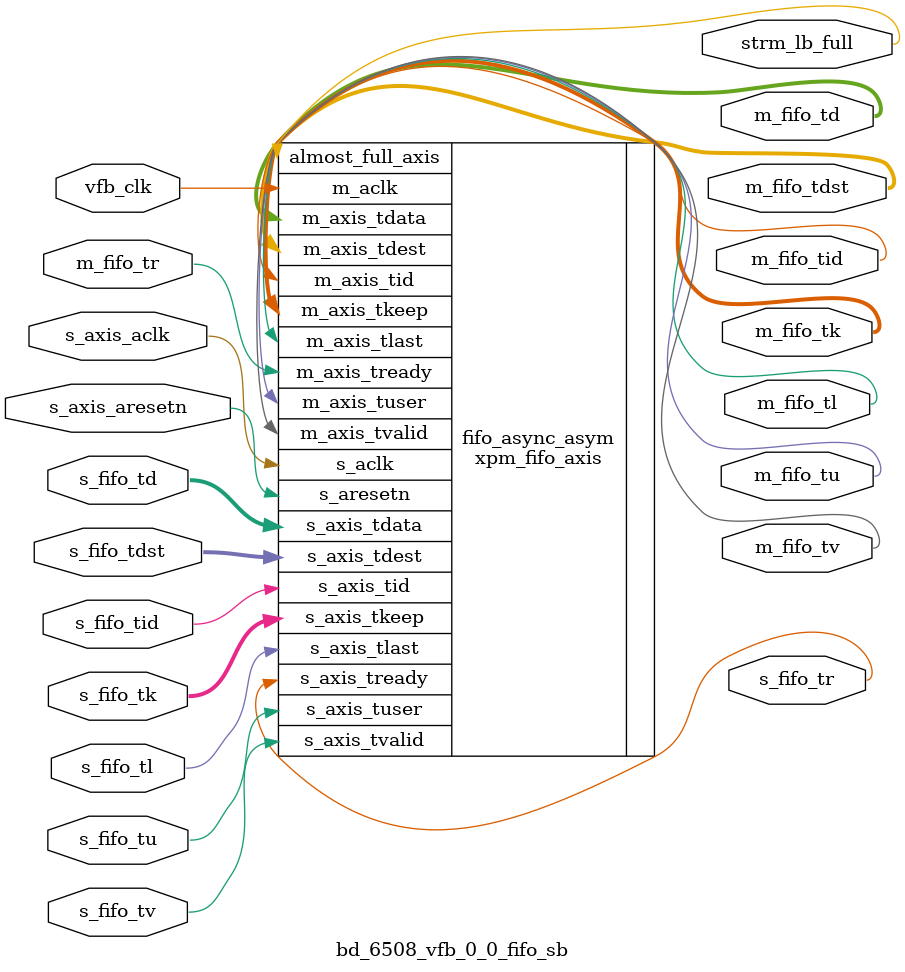
<source format=v>
`timescale 1ps/1ps
module bd_6508_vfb_0_0_fifo_sb (
  input            s_axis_aclk    ,

  input         s_axis_aresetn ,
  input            vfb_clk        ,
  output    s_fifo_tr      ,
  input     s_fifo_tv      ,
  input      [64-1:0]  s_fifo_td      ,
  input      s_fifo_tid    ,   
  input      [1-1:0]  s_fifo_tu      ,
  input [9:0]      s_fifo_tdst      ,
  input      [8-1:0] s_fifo_tk      ,
  input      s_fifo_tl      ,
  input     m_fifo_tr      ,
  output     m_fifo_tv      ,
  output   [64-1:0]   m_fifo_td      ,
  output      m_fifo_tid    ,   
  output [9:0]    m_fifo_tdst    ,   
  output   [1-1:0]  m_fifo_tu      ,
  output    [8-1:0] m_fifo_tk      ,
  output      m_fifo_tl     , 
  output  strm_lb_full   
);

xpm_fifo_axis#(
      .CLOCKING_MODE("independent_clock"), // String
      .ECC_MODE("no_ecc"),            // String
      .FIFO_DEPTH(4096),              // DECIMAL
      .FIFO_MEMORY_TYPE("block"),      // String
      .PACKET_FIFO("false"),          // String
      .PROG_EMPTY_THRESH(10),         // DECIMAL
      .PROG_FULL_THRESH(4091),          // DECIMAL
      .RD_DATA_COUNT_WIDTH(1),        // DECIMAL
      .RELATED_CLOCKS(0),             // DECIMAL
      .SIM_ASSERT_CHK(0),             // DECIMAL; 0=disable simulation messages, 1=enable simulation messages
      .TDATA_WIDTH(64),               // DECIMAL
      .TDEST_WIDTH(10),                // DECIMAL
      .TID_WIDTH(1),                  // DECIMAL
      .TUSER_WIDTH(1),                // DECIMAL
      .USE_ADV_FEATURES("1008"),      // String
      .WR_DATA_COUNT_WIDTH(1)         // DECIMAL
 ) fifo_async_asym(
  .s_aclk            (s_axis_aclk    ),
  .s_aresetn         (s_axis_aresetn ),
  .m_aclk            (vfb_clk        ),
  .s_axis_tready     (s_fifo_tr      ),
  .s_axis_tvalid     (s_fifo_tv      ),
  .s_axis_tdata      (s_fifo_td      ),
  .s_axis_tid      ( s_fifo_tid      ),
  .s_axis_tuser      (s_fifo_tu      ),
  .s_axis_tdest      (s_fifo_tdst      ),
  .s_axis_tkeep      (s_fifo_tk      ),
  .s_axis_tlast      (s_fifo_tl      ),
  .m_axis_tready     (m_fifo_tr      ),
  .m_axis_tvalid     (m_fifo_tv      ),
  .m_axis_tdata      (m_fifo_td      ),
  .m_axis_tid        (m_fifo_tid      ),
  .m_axis_tdest      (m_fifo_tdst     ),
  .m_axis_tuser      (m_fifo_tu      ),
  .m_axis_tkeep      (m_fifo_tk      ),
  .m_axis_tlast      (m_fifo_tl      ),
  .almost_full_axis  (strm_lb_full   )
);
endmodule

</source>
